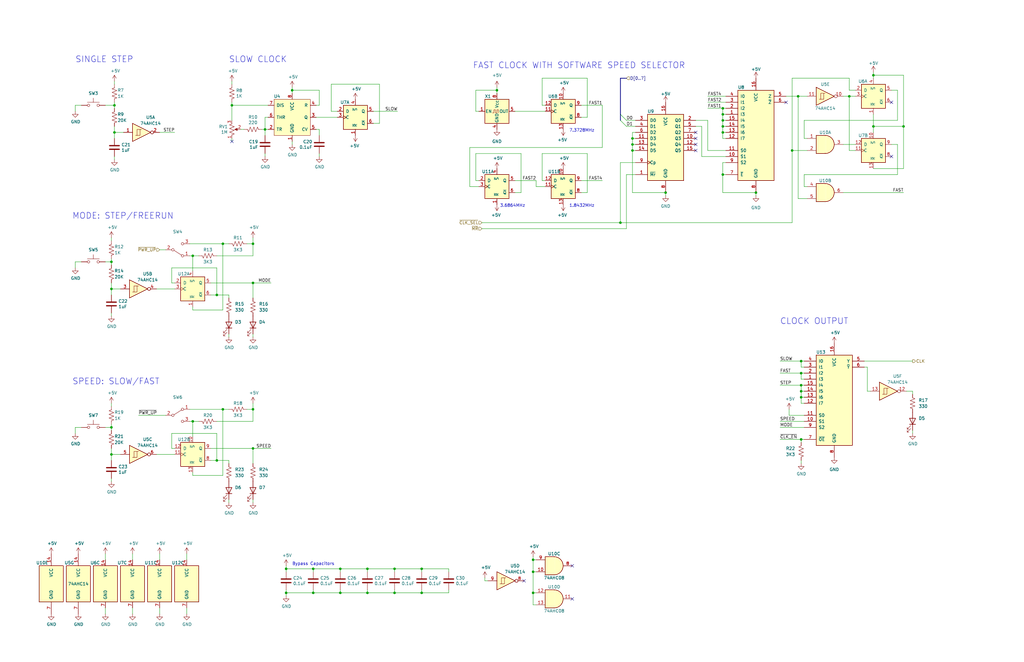
<source format=kicad_sch>
(kicad_sch (version 20211123) (generator eeschema)
  (paper "USLedger")
  (title_block (title "Selectable triple clock circuit") (date "2022-10-07") (rev "1.2") (company "Frederic Segard - aka: The Micro Hobbyist"))
  (lib_symbols
    (symbol "0_Z80_Library:LMC555" (pin_names (offset 1.016))
      (property "Reference" "U" (at -5.08 0 0))
      (property "Value" "LMC555" (at 1.27 0 0))
      (symbol "LMC555_1_1"
        (pin power_in line (at 0 -19.05 90) (length 2.54) (name "GND") (number "1"))
        (pin input line (at -10.16 -13.97 0) (length 2.54) (name "TR") (number "2"))
        (pin output line (at 10.16 -8.89 180) (length 2.54) (name "Q") (number "3"))
        (pin input line (at 10.16 -3.81 180) (length 2.54) (name "R") (number "4"))
        (pin input line (at 10.16 -13.97 180) (length 2.54) (name "CV") (number "5"))
        (pin input line (at -10.16 -8.89 0) (length 2.54) (name "THR") (number "6"))
        (pin input line (at -10.16 -3.81 0) (length 2.54) (name "DIS") (number "7"))
        (pin power_in line (at 0 1.27 270) (length 2.54) (name "VCC") (number "8"))
      )
    )
    (symbol "74xx:74HC14" (pin_names (offset 1.016))
      (property "Reference" "U" (at 0 1.27 0))
      (property "Value" "74HC14" (at 0 -1.27 0))
      (symbol "74HC14_1_0"
        (pin input line (at -7.62 0 0) (length 3.81) (name "~") (number "1"))
        (pin output inverted (at 7.62 0 180) (length 3.81) (name "~") (number "2"))
      )
      (symbol "74HC14_2_0"
        (pin input line (at -7.62 0 0) (length 3.81) (name "~") (number "3"))
        (pin output inverted (at 7.62 0 180) (length 3.81) (name "~") (number "4"))
      )
      (symbol "74HC14_3_0"
        (pin input line (at -7.62 0 0) (length 3.81) (name "~") (number "5"))
        (pin output inverted (at 7.62 0 180) (length 3.81) (name "~") (number "6"))
      )
      (symbol "74HC14_4_0"
        (pin output inverted (at 7.62 0 180) (length 3.81) (name "~") (number "8"))
        (pin input line (at -7.62 0 0) (length 3.81) (name "~") (number "9"))
      )
      (symbol "74HC14_5_0"
        (pin output inverted (at 7.62 0 180) (length 3.81) (name "~") (number "10"))
        (pin input line (at -7.62 0 0) (length 3.81) (name "~") (number "11"))
      )
      (symbol "74HC14_6_0"
        (pin output inverted (at 7.62 0 180) (length 3.81) (name "~") (number "12"))
        (pin input line (at -7.62 0 0) (length 3.81) (name "~") (number "13"))
      )
      (symbol "74HC14_7_0"
        (pin power_in line (at 0 12.7 270) (length 5.08) (name "VCC") (number "14"))
        (pin power_in line (at 0 -12.7 90) (length 5.08) (name "GND") (number "7"))
      )
    )
    (symbol "74xx:74HC74" (pin_names (offset 1.016))
      (property "Reference" "U" (at -7.62 8.89 0))
      (property "Value" "74HC74" (at -7.62 -8.89 0))
      (symbol "74HC74_1_0"
        (pin input line (at 0 -7.62 90) (length 2.54) (name "~{R}") (number "1"))
        (pin input line (at -7.62 2.54 0) (length 2.54) (name "D") (number "2"))
        (pin input clock (at -7.62 0 0) (length 2.54) (name "C") (number "3"))
        (pin input line (at 0 7.62 270) (length 2.54) (name "~{S}") (number "4"))
        (pin output line (at 7.62 2.54 180) (length 2.54) (name "Q") (number "5"))
        (pin output line (at 7.62 -2.54 180) (length 2.54) (name "~{Q}") (number "6"))
      )
      (symbol "74HC74_2_0"
        (pin input line (at 0 7.62 270) (length 2.54) (name "~{S}") (number "10"))
        (pin input clock (at -7.62 0 0) (length 2.54) (name "C") (number "11"))
        (pin input line (at -7.62 2.54 0) (length 2.54) (name "D") (number "12"))
        (pin input line (at 0 -7.62 90) (length 2.54) (name "~{R}") (number "13"))
        (pin output line (at 7.62 -2.54 180) (length 2.54) (name "~{Q}") (number "8"))
        (pin output line (at 7.62 2.54 180) (length 2.54) (name "Q") (number "9"))
      )
      (symbol "74HC74_3_0"
        (pin power_in line (at 0 10.16 270) (length 2.54) (name "VCC") (number "14"))
        (pin power_in line (at 0 -10.16 90) (length 2.54) (name "GND") (number "7"))
      )
    )
    (symbol "74xx:74LS08" (pin_names (offset 1.016))
      (property "Reference" "U" (at 0 1.27 0))
      (property "Value" "74LS08" (at 0 -1.27 0))
      (symbol "74LS08_1_1"
        (pin input line (at -7.62 2.54 0) (length 3.81) (name "~") (number "1"))
        (pin input line (at -7.62 -2.54 0) (length 3.81) (name "~") (number "2"))
        (pin output line (at 7.62 0 180) (length 3.81) (name "~") (number "3"))
      )
      (symbol "74LS08_1_2"
        (pin input inverted (at -7.62 2.54 0) (length 4.318) (name "~") (number "1"))
        (pin input inverted (at -7.62 -2.54 0) (length 4.318) (name "~") (number "2"))
        (pin output inverted (at 7.62 0 180) (length 3.81) (name "~") (number "3"))
      )
      (symbol "74LS08_2_1"
        (pin input line (at -7.62 2.54 0) (length 3.81) (name "~") (number "4"))
        (pin input line (at -7.62 -2.54 0) (length 3.81) (name "~") (number "5"))
        (pin output line (at 7.62 0 180) (length 3.81) (name "~") (number "6"))
      )
      (symbol "74LS08_2_2"
        (pin input inverted (at -7.62 2.54 0) (length 4.318) (name "~") (number "4"))
        (pin input inverted (at -7.62 -2.54 0) (length 4.318) (name "~") (number "5"))
        (pin output inverted (at 7.62 0 180) (length 3.81) (name "~") (number "6"))
      )
      (symbol "74LS08_3_1"
        (pin input line (at -7.62 -2.54 0) (length 3.81) (name "~") (number "10"))
        (pin output line (at 7.62 0 180) (length 3.81) (name "~") (number "8"))
        (pin input line (at -7.62 2.54 0) (length 3.81) (name "~") (number "9"))
      )
      (symbol "74LS08_3_2"
        (pin input inverted (at -7.62 -2.54 0) (length 4.318) (name "~") (number "10"))
        (pin output inverted (at 7.62 0 180) (length 3.81) (name "~") (number "8"))
        (pin input inverted (at -7.62 2.54 0) (length 4.318) (name "~") (number "9"))
      )
      (symbol "74LS08_4_1"
        (pin output line (at 7.62 0 180) (length 3.81) (name "~") (number "11"))
        (pin input line (at -7.62 2.54 0) (length 3.81) (name "~") (number "12"))
        (pin input line (at -7.62 -2.54 0) (length 3.81) (name "~") (number "13"))
      )
      (symbol "74LS08_4_2"
        (pin output inverted (at 7.62 0 180) (length 3.81) (name "~") (number "11"))
        (pin input inverted (at -7.62 2.54 0) (length 4.318) (name "~") (number "12"))
        (pin input inverted (at -7.62 -2.54 0) (length 4.318) (name "~") (number "13"))
      )
      (symbol "74LS08_5_0"
        (pin power_in line (at 0 12.7 270) (length 5.08) (name "VCC") (number "14"))
        (pin power_in line (at 0 -12.7 90) (length 5.08) (name "GND") (number "7"))
      )
    )
    (symbol "74xx:74LS151" (pin_names (offset 1.016))
      (property "Reference" "U" (at -7.62 19.05 0))
      (property "Value" "74LS151" (at -7.62 -21.59 0))
      (symbol "74LS151_1_0"
        (pin input line (at -12.7 7.62 0) (length 5.08) (name "I3") (number "1"))
        (pin input line (at -12.7 -10.16 0) (length 5.08) (name "S1") (number "10"))
        (pin input line (at -12.7 -7.62 0) (length 5.08) (name "S0") (number "11"))
        (pin input line (at -12.7 -2.54 0) (length 5.08) (name "I7") (number "12"))
        (pin input line (at -12.7 0 0) (length 5.08) (name "I6") (number "13"))
        (pin input line (at -12.7 2.54 0) (length 5.08) (name "I5") (number "14"))
        (pin input line (at -12.7 5.08 0) (length 5.08) (name "I4") (number "15"))
        (pin power_in line (at 0 22.86 270) (length 5.08) (name "VCC") (number "16"))
        (pin input line (at -12.7 10.16 0) (length 5.08) (name "I2") (number "2"))
        (pin input line (at -12.7 12.7 0) (length 5.08) (name "I1") (number "3"))
        (pin input line (at -12.7 15.24 0) (length 5.08) (name "I0") (number "4"))
        (pin output line (at 12.7 15.24 180) (length 5.08) (name "Z") (number "5"))
        (pin output line (at 12.7 12.7 180) (length 5.08) (name "~{Z}") (number "6"))
        (pin input line (at -12.7 -17.78 0) (length 5.08) (name "~{E}") (number "7"))
        (pin power_in line (at 0 -25.4 90) (length 5.08) (name "GND") (number "8"))
        (pin input line (at -12.7 -12.7 0) (length 5.08) (name "S2") (number "9"))
      )
    )
    (symbol "74xx:74LS174" (pin_names (offset 1.016))
      (property "Reference" "U" (at -7.62 13.97 0))
      (property "Value" "74LS174" (at -7.62 -16.51 0))
      (symbol "74LS174_1_0"
        (pin input line (at -12.7 -12.7 0) (length 5.08) (name "~{Mr}") (number "1"))
        (pin output line (at 12.7 2.54 180) (length 5.08) (name "Q3") (number "10"))
        (pin input line (at -12.7 2.54 0) (length 5.08) (name "D3") (number "11"))
        (pin output line (at 12.7 0 180) (length 5.08) (name "Q4") (number "12"))
        (pin input line (at -12.7 0 0) (length 5.08) (name "D4") (number "13"))
        (pin input line (at -12.7 -2.54 0) (length 5.08) (name "D5") (number "14"))
        (pin output line (at 12.7 -2.54 180) (length 5.08) (name "Q5") (number "15"))
        (pin power_in line (at 0 17.78 270) (length 5.08) (name "VCC") (number "16"))
        (pin output line (at 12.7 10.16 180) (length 5.08) (name "Q0") (number "2"))
        (pin input line (at -12.7 10.16 0) (length 5.08) (name "D0") (number "3"))
        (pin input line (at -12.7 7.62 0) (length 5.08) (name "D1") (number "4"))
        (pin output line (at 12.7 7.62 180) (length 5.08) (name "Q1") (number "5"))
        (pin input line (at -12.7 5.08 0) (length 5.08) (name "D2") (number "6"))
        (pin output line (at 12.7 5.08 180) (length 5.08) (name "Q2") (number "7"))
        (pin power_in line (at 0 -20.32 90) (length 5.08) (name "GND") (number "8"))
        (pin input clock (at -12.7 -7.62 0) (length 5.08) (name "Cp") (number "9"))
      )
    )
    (symbol "74xx:74LS251" (pin_names (offset 1.016))
      (property "Reference" "U" (at -7.62 19.05 0))
      (property "Value" "74LS251" (at -7.62 -21.59 0))
      (symbol "74LS251_1_0"
        (pin input line (at -12.7 7.62 0) (length 5.08) (name "I3") (number "1"))
        (pin input line (at -12.7 -10.16 0) (length 5.08) (name "S1") (number "10"))
        (pin input line (at -12.7 -7.62 0) (length 5.08) (name "S0") (number "11"))
        (pin input line (at -12.7 -2.54 0) (length 5.08) (name "I7") (number "12"))
        (pin input line (at -12.7 0 0) (length 5.08) (name "I6") (number "13"))
        (pin input line (at -12.7 2.54 0) (length 5.08) (name "I5") (number "14"))
        (pin input line (at -12.7 5.08 0) (length 5.08) (name "I4") (number "15"))
        (pin power_in line (at 0 22.86 270) (length 5.08) (name "VCC") (number "16"))
        (pin input line (at -12.7 10.16 0) (length 5.08) (name "I2") (number "2"))
        (pin input line (at -12.7 12.7 0) (length 5.08) (name "I1") (number "3"))
        (pin input line (at -12.7 15.24 0) (length 5.08) (name "I0") (number "4"))
        (pin tri_state line (at 12.7 15.24 180) (length 5.08) (name "Y") (number "5"))
        (pin tri_state line (at 12.7 12.7 180) (length 5.08) (name "~{Y}") (number "6"))
        (pin input line (at -12.7 -17.78 0) (length 5.08) (name "~{OE}") (number "7"))
        (pin power_in line (at 0 -25.4 90) (length 5.08) (name "GND") (number "8"))
        (pin input line (at -12.7 -12.7 0) (length 5.08) (name "S2") (number "9"))
      )
    )
    (symbol "Device:C" (pin_numbers hide) (pin_names (offset 0.254))
      (property "Reference" "C" (at 0.635 2.54 0))
      (property "Value" "C" (at 0.635 -2.54 0))
      (symbol "C_1_1"
        (pin passive line (at 0 3.81 270) (length 2.794) (name "~") (number "1"))
        (pin passive line (at 0 -3.81 90) (length 2.794) (name "~") (number "2"))
      )
    )
    (symbol "Device:LED" (pin_numbers hide) (pin_names (offset 1.016) hide)
      (property "Reference" "D" (at 0 2.54 0))
      (property "Value" "LED" (at 0 -2.54 0))
      (symbol "LED_1_1"
        (pin passive line (at -3.81 0 0) (length 2.54) (name "K") (number "1"))
        (pin passive line (at 3.81 0 180) (length 2.54) (name "A") (number "2"))
      )
    )
    (symbol "Device:R_Potentiometer_US" (pin_names (offset 1.016) hide)
      (property "Reference" "RV" (at -4.445 0 90))
      (property "Value" "R_Potentiometer_US" (at -2.54 0 90))
      (symbol "R_Potentiometer_US_1_1"
        (pin passive line (at 0 3.81 270) (length 1.27) (name "1") (number "1"))
        (pin passive line (at 3.81 0 180) (length 1.27) (name "2") (number "2"))
        (pin passive line (at 0 -3.81 90) (length 1.27) (name "3") (number "3"))
      )
    )
    (symbol "Device:R_US" (pin_numbers hide) (pin_names (offset 0))
      (property "Reference" "R" (at 2.54 0 90))
      (property "Value" "R_US" (at -2.54 0 90))
      (symbol "R_US_1_1"
        (pin passive line (at 0 3.81 270) (length 1.27) (name "~") (number "1"))
        (pin passive line (at 0 -3.81 90) (length 1.27) (name "~") (number "2"))
      )
    )
    (symbol "Oscillator:CXO_DIP8" (pin_names (offset 0.254))
      (property "Reference" "X" (at -5.08 6.35 0))
      (property "Value" "CXO_DIP8" (at 1.27 -6.35 0))
      (symbol "CXO_DIP8_1_1"
        (pin input line (at -7.62 0 0) (length 2.54) (name "EN") (number "1"))
        (pin power_in line (at 0 -7.62 90) (length 2.54) (name "GND") (number "4"))
        (pin output line (at 7.62 0 180) (length 2.54) (name "OUT") (number "5"))
        (pin power_in line (at 0 7.62 270) (length 2.54) (name "Vcc") (number "8"))
      )
    )
    (symbol "Switch:SW_Push" (pin_numbers hide) (pin_names (offset 1.016) hide)
      (property "Reference" "SW" (at 1.27 2.54 0))
      (property "Value" "SW_Push" (at 0 -1.524 0))
      (symbol "SW_Push_0_1"
        (pin passive line (at -5.08 0 0) (length 2.54) (name "1") (number "1"))
        (pin passive line (at 5.08 0 180) (length 2.54) (name "2") (number "2"))
      )
    )
    (symbol "Switch:SW_SPDT" (pin_names (offset 0) hide)
      (property "Reference" "SW" (at 0 4.318 0))
      (property "Value" "SW_SPDT" (at 0 -5.08 0))
      (symbol "SW_SPDT_1_1"
        (pin passive line (at 5.08 2.54 180) (length 2.54) (name "A") (number "1"))
        (pin passive line (at -5.08 0 0) (length 2.54) (name "B") (number "2"))
        (pin passive line (at 5.08 -2.54 180) (length 2.54) (name "C") (number "3"))
      )
    )
    (symbol "power:+5V" (power) (pin_names (offset 0))
      (property "Value" "+5V" (at 0 3.556 0))
      (symbol "+5V_1_1"
        (pin power_in line (at 0 0 90) (length 0) hide (name "+5V") (number "1"))
      )
    )
    (symbol "power:GND" (power) (pin_names (offset 0))
      (property "Value" "GND" (at 0 -3.81 0))
      (symbol "GND_1_1"
        (pin power_in line (at 0 0 270) (length 0) hide (name "GND") (number "1"))
      )
    )
  )
  (junction (at 120.65 250.19))
  (junction (at 177.8 250.19))
  (junction (at 46.99 121.92))
  (junction (at 143.51 250.19))
  (junction (at 337.82 152.4))
  (junction (at 97.79 44.45))
  (junction (at 337.82 157.48))
  (junction (at 166.37 250.19))
  (junction (at 120.65 240.03))
  (junction (at 334.01 63.5))
  (junction (at 304.8 73.66))
  (junction (at 132.08 250.19))
  (junction (at 106.68 102.87))
  (junction (at 280.67 81.28))
  (junction (at 91.44 124.46))
  (junction (at 123.19 38.1))
  (junction (at 209.55 38.1))
  (junction (at 337.82 165.1))
  (junction (at 224.79 241.3))
  (junction (at 143.51 240.03))
  (junction (at 48.26 44.45))
  (junction (at 266.7 60.96))
  (junction (at 337.82 162.56))
  (junction (at 337.82 185.42))
  (junction (at 336.55 40.64))
  (junction (at 266.7 63.5))
  (junction (at 358.14 40.64))
  (junction (at 381 53.34))
  (junction (at 106.68 189.23))
  (junction (at 337.82 167.64))
  (junction (at 266.7 58.42))
  (junction (at 318.77 81.28))
  (junction (at 304.8 50.8))
  (junction (at 106.68 172.72))
  (junction (at 368.3 53.34))
  (junction (at 46.99 180.34))
  (junction (at 154.94 250.19))
  (junction (at 111.76 54.61))
  (junction (at 106.68 119.38))
  (junction (at 304.8 45.72))
  (junction (at 91.44 194.31))
  (junction (at 224.79 250.19))
  (junction (at 177.8 240.03))
  (junction (at 81.28 107.95))
  (junction (at 46.99 191.77))
  (junction (at 304.8 53.34))
  (junction (at 132.08 240.03))
  (junction (at 224.79 236.22))
  (junction (at 48.26 55.88))
  (junction (at 93.98 102.87))
  (junction (at 93.98 172.72))
  (junction (at 81.28 177.8))
  (junction (at 368.3 31.75))
  (junction (at 154.94 240.03))
  (junction (at 304.8 55.88))
  (junction (at 46.99 110.49))
  (junction (at 304.8 48.26))
  (junction (at 166.37 240.03))
  (junction (at 261.62 93.98))
  (no_connect (at 293.37 55.88))
  (no_connect (at 241.3 252.73))
  (no_connect (at 241.3 238.76))
  (no_connect (at 375.92 66.04))
  (no_connect (at 375.92 43.18))
  (no_connect (at 97.79 59.69))
  (no_connect (at 331.47 43.18))
  (no_connect (at 293.37 58.42))
  (no_connect (at 293.37 63.5))
  (no_connect (at 293.37 60.96))
  (no_connect (at 220.98 245.11))
  (bus_entry (at 261.62 48.26) (size 2.54 2.54))
  (bus_entry (at 261.62 50.8) (size 2.54 2.54))
  (wire (pts (xy 46.99 179.07) (xy 46.99 180.34)))
  (wire (pts (xy 97.79 43.18) (xy 97.79 44.45)))
  (wire (pts (xy 217.17 81.28) (xy 219.71 81.28)))
  (wire (pts (xy 368.3 30.48) (xy 368.3 31.75)))
  (wire (pts (xy 67.31 256.54) (xy 67.31 259.08)))
  (wire (pts (xy 46.99 109.22) (xy 46.99 110.49)))
  (wire (pts (xy 166.37 248.92) (xy 166.37 250.19)))
  (wire (pts (xy 304.8 73.66) (xy 304.8 68.58)))
  (wire (pts (xy 72.39 119.38) (xy 73.66 119.38)))
  (wire (pts (xy 217.17 46.99) (xy 229.87 46.99)))
  (wire (pts (xy 46.99 194.31) (xy 46.99 191.77)))
  (wire (pts (xy 365.76 165.1) (xy 365.76 154.94)))
  (wire (pts (xy 78.74 256.54) (xy 78.74 259.08)))
  (wire (pts (xy 189.23 241.3) (xy 189.23 240.03)))
  (wire (pts (xy 97.79 34.29) (xy 97.79 35.56)))
  (wire (pts (xy 224.79 234.95) (xy 224.79 236.22)))
  (wire (pts (xy 298.45 50.8) (xy 298.45 63.5)))
  (wire (pts (xy 209.55 38.1) (xy 200.66 38.1)))
  (wire (pts (xy 226.06 255.27) (xy 224.79 255.27)))
  (wire (pts (xy 245.11 76.2) (xy 254 76.2)))
  (wire (pts (xy 93.98 200.66) (xy 81.28 200.66)))
  (wire (pts (xy 106.68 107.95) (xy 106.68 102.87)))
  (wire (pts (xy 66.04 121.92) (xy 73.66 121.92)))
  (wire (pts (xy 55.88 236.22) (xy 55.88 233.68)))
  (wire (pts (xy 200.66 38.1) (xy 200.66 46.99)))
  (wire (pts (xy 266.7 63.5) (xy 267.97 63.5)))
  (wire (pts (xy 337.82 167.64) (xy 339.09 167.64)))
  (wire (pts (xy 123.19 38.1) (xy 123.19 36.83)))
  (wire (pts (xy 203.2 96.52) (xy 264.16 96.52)))
  (wire (pts (xy 157.48 46.99) (xy 167.64 46.99)))
  (wire (pts (xy 198.12 78.74) (xy 198.12 62.23)))
  (wire (pts (xy 134.62 44.45) (xy 133.35 44.45)))
  (wire (pts (xy 143.51 248.92) (xy 143.51 250.19)))
  (wire (pts (xy 160.02 52.07) (xy 160.02 35.56)))
  (wire (pts (xy 358.14 40.64) (xy 360.68 40.64)))
  (wire (pts (xy 72.39 189.23) (xy 73.66 189.23)))
  (wire (pts (xy 247.65 49.53) (xy 247.65 33.02)))
  (wire (pts (xy 334.01 93.98) (xy 261.62 93.98)))
  (wire (pts (xy 365.76 154.94) (xy 364.49 154.94)))
  (wire (pts (xy 73.66 55.88) (xy 67.31 55.88)))
  (wire (pts (xy 106.68 119.38) (xy 106.68 125.73)))
  (wire (pts (xy 96.52 140.97) (xy 96.52 142.24)))
  (wire (pts (xy 337.82 185.42) (xy 339.09 185.42)))
  (wire (pts (xy 48.26 44.45) (xy 48.26 45.72)))
  (wire (pts (xy 298.45 43.18) (xy 306.07 43.18)))
  (wire (pts (xy 381 71.12) (xy 381 53.34)))
  (wire (pts (xy 66.04 191.77) (xy 73.66 191.77)))
  (wire (pts (xy 205.74 245.11) (xy 204.47 245.11)))
  (wire (pts (xy 266.7 60.96) (xy 266.7 63.5)))
  (wire (pts (xy 304.8 45.72) (xy 306.07 45.72)))
  (wire (pts (xy 358.14 40.64) (xy 358.14 63.5)))
  (wire (pts (xy 328.93 185.42) (xy 337.82 185.42)))
  (wire (pts (xy 254 44.45) (xy 254 62.23)))
  (wire (pts (xy 328.93 180.34) (xy 339.09 180.34)))
  (wire (pts (xy 44.45 180.34) (xy 46.99 180.34)))
  (wire (pts (xy 106.68 119.38) (xy 114.3 119.38)))
  (wire (pts (xy 247.65 81.28) (xy 247.65 64.77)))
  (wire (pts (xy 106.68 170.18) (xy 106.68 172.72)))
  (wire (pts (xy 264.16 53.34) (xy 267.97 53.34)))
  (wire (pts (xy 358.14 38.1) (xy 358.14 33.02)))
  (wire (pts (xy 81.28 177.8) (xy 83.82 177.8)))
  (wire (pts (xy 295.91 66.04) (xy 306.07 66.04)))
  (wire (pts (xy 132.08 248.92) (xy 132.08 250.19)))
  (wire (pts (xy 228.6 76.2) (xy 229.87 76.2)))
  (wire (pts (xy 200.66 64.77) (xy 200.66 76.2)))
  (wire (pts (xy 120.65 250.19) (xy 120.65 251.46)))
  (wire (pts (xy 334.01 63.5) (xy 340.36 63.5)))
  (wire (pts (xy 337.82 165.1) (xy 337.82 162.56)))
  (wire (pts (xy 355.6 60.96) (xy 360.68 60.96)))
  (wire (pts (xy 80.01 102.87) (xy 93.98 102.87)))
  (wire (pts (xy 134.62 66.04) (xy 134.62 64.77)))
  (wire (pts (xy 304.8 73.66) (xy 306.07 73.66)))
  (wire (pts (xy 226.06 78.74) (xy 229.87 78.74)))
  (wire (pts (xy 226.06 76.2) (xy 226.06 78.74)))
  (wire (pts (xy 46.99 124.46) (xy 46.99 121.92)))
  (wire (pts (xy 91.44 107.95) (xy 106.68 107.95)))
  (wire (pts (xy 209.55 38.1) (xy 209.55 39.37)))
  (wire (pts (xy 304.8 48.26) (xy 304.8 50.8)))
  (wire (pts (xy 339.09 160.02) (xy 337.82 160.02)))
  (wire (pts (xy 93.98 102.87) (xy 96.52 102.87)))
  (wire (pts (xy 67.31 105.41) (xy 69.85 105.41)))
  (wire (pts (xy 368.3 53.34) (xy 368.3 55.88)))
  (wire (pts (xy 293.37 50.8) (xy 298.45 50.8)))
  (wire (pts (xy 337.82 152.4) (xy 339.09 152.4)))
  (wire (pts (xy 111.76 54.61) (xy 111.76 49.53)))
  (wire (pts (xy 332.74 172.72) (xy 332.74 175.26)))
  (wire (pts (xy 34.29 44.45) (xy 31.75 44.45)))
  (wire (pts (xy 81.28 177.8) (xy 80.01 177.8)))
  (wire (pts (xy 120.65 250.19) (xy 132.08 250.19)))
  (wire (pts (xy 337.82 194.31) (xy 337.82 195.58)))
  (wire (pts (xy 224.79 241.3) (xy 224.79 236.22)))
  (wire (pts (xy 139.7 46.99) (xy 142.24 46.99)))
  (wire (pts (xy 339.09 73.66) (xy 339.09 78.74)))
  (wire (pts (xy 384.81 165.1) (xy 384.81 166.37)))
  (wire (pts (xy 337.82 167.64) (xy 337.82 165.1)))
  (wire (pts (xy 46.99 119.38) (xy 46.99 121.92)))
  (wire (pts (xy 381 53.34) (xy 368.3 53.34)))
  (wire (pts (xy 88.9 119.38) (xy 106.68 119.38)))
  (wire (pts (xy 46.99 132.08) (xy 46.99 133.35)))
  (wire (pts (xy 48.26 66.04) (xy 48.26 67.31)))
  (wire (pts (xy 266.7 58.42) (xy 266.7 60.96)))
  (wire (pts (xy 189.23 248.92) (xy 189.23 250.19)))
  (wire (pts (xy 261.62 68.58) (xy 261.62 93.98)))
  (wire (pts (xy 224.79 250.19) (xy 224.79 241.3)))
  (wire (pts (xy 334.01 33.02) (xy 358.14 33.02)))
  (wire (pts (xy 143.51 240.03) (xy 132.08 240.03)))
  (wire (pts (xy 266.7 63.5) (xy 266.7 81.28)))
  (wire (pts (xy 123.19 38.1) (xy 134.62 38.1)))
  (wire (pts (xy 93.98 172.72) (xy 96.52 172.72)))
  (wire (pts (xy 378.46 60.96) (xy 378.46 73.66)))
  (wire (pts (xy 154.94 241.3) (xy 154.94 240.03)))
  (wire (pts (xy 134.62 54.61) (xy 134.62 57.15)))
  (bus (pts (xy 261.62 48.26) (xy 261.62 33.02)))
  (wire (pts (xy 46.99 110.49) (xy 46.99 111.76)))
  (wire (pts (xy 364.49 152.4) (xy 384.81 152.4)))
  (wire (pts (xy 93.98 130.81) (xy 81.28 130.81)))
  (wire (pts (xy 133.35 54.61) (xy 134.62 54.61)))
  (wire (pts (xy 204.47 243.84) (xy 204.47 245.11)))
  (wire (pts (xy 46.99 180.34) (xy 46.99 181.61)))
  (wire (pts (xy 44.45 44.45) (xy 48.26 44.45)))
  (bus (pts (xy 264.16 33.02) (xy 261.62 33.02)))
  (wire (pts (xy 97.79 44.45) (xy 97.79 50.8)))
  (wire (pts (xy 91.44 182.88) (xy 72.39 182.88)))
  (wire (pts (xy 198.12 78.74) (xy 201.93 78.74)))
  (wire (pts (xy 106.68 189.23) (xy 114.3 189.23)))
  (wire (pts (xy 106.68 100.33) (xy 106.68 102.87)))
  (wire (pts (xy 157.48 52.07) (xy 160.02 52.07)))
  (wire (pts (xy 106.68 177.8) (xy 106.68 172.72)))
  (wire (pts (xy 96.52 194.31) (xy 91.44 194.31)))
  (wire (pts (xy 81.28 200.66) (xy 81.28 199.39)))
  (wire (pts (xy 378.46 50.8) (xy 339.09 50.8)))
  (wire (pts (xy 331.47 40.64) (xy 336.55 40.64)))
  (wire (pts (xy 245.11 44.45) (xy 254 44.45)))
  (wire (pts (xy 67.31 236.22) (xy 67.31 233.68)))
  (wire (pts (xy 328.93 177.8) (xy 339.09 177.8)))
  (wire (pts (xy 219.71 64.77) (xy 200.66 64.77)))
  (wire (pts (xy 166.37 240.03) (xy 154.94 240.03)))
  (wire (pts (xy 123.19 39.37) (xy 123.19 38.1)))
  (wire (pts (xy 177.8 250.19) (xy 189.23 250.19)))
  (wire (pts (xy 266.7 81.28) (xy 280.67 81.28)))
  (wire (pts (xy 304.8 58.42) (xy 304.8 55.88)))
  (wire (pts (xy 381 53.34) (xy 381 31.75)))
  (wire (pts (xy 91.44 113.03) (xy 72.39 113.03)))
  (wire (pts (xy 80.01 172.72) (xy 93.98 172.72)))
  (wire (pts (xy 304.8 55.88) (xy 306.07 55.88)))
  (wire (pts (xy 48.26 43.18) (xy 48.26 44.45)))
  (wire (pts (xy 298.45 45.72) (xy 304.8 45.72)))
  (wire (pts (xy 382.27 165.1) (xy 384.81 165.1)))
  (wire (pts (xy 264.16 96.52) (xy 264.16 73.66)))
  (wire (pts (xy 334.01 63.5) (xy 334.01 33.02)))
  (wire (pts (xy 81.28 130.81) (xy 81.28 129.54)))
  (wire (pts (xy 200.66 76.2) (xy 201.93 76.2)))
  (wire (pts (xy 334.01 63.5) (xy 334.01 93.98)))
  (wire (pts (xy 106.68 212.09) (xy 106.68 210.82)))
  (wire (pts (xy 339.09 50.8) (xy 339.09 58.42)))
  (wire (pts (xy 247.65 33.02) (xy 228.6 33.02)))
  (wire (pts (xy 96.52 125.73) (xy 96.52 124.46)))
  (wire (pts (xy 91.44 177.8) (xy 106.68 177.8)))
  (wire (pts (xy 381 31.75) (xy 368.3 31.75)))
  (wire (pts (xy 298.45 63.5) (xy 306.07 63.5)))
  (wire (pts (xy 304.8 50.8) (xy 306.07 50.8)))
  (wire (pts (xy 97.79 44.45) (xy 113.03 44.45)))
  (wire (pts (xy 304.8 50.8) (xy 304.8 53.34)))
  (wire (pts (xy 101.6 54.61) (xy 102.87 54.61)))
  (wire (pts (xy 384.81 182.88) (xy 384.81 181.61)))
  (wire (pts (xy 264.16 73.66) (xy 267.97 73.66)))
  (wire (pts (xy 261.62 68.58) (xy 267.97 68.58)))
  (wire (pts (xy 358.14 63.5) (xy 360.68 63.5)))
  (wire (pts (xy 120.65 240.03) (xy 120.65 241.3)))
  (wire (pts (xy 44.45 256.54) (xy 44.45 259.08)))
  (wire (pts (xy 106.68 102.87) (xy 104.14 102.87)))
  (wire (pts (xy 367.03 165.1) (xy 365.76 165.1)))
  (wire (pts (xy 44.45 236.22) (xy 44.45 233.68)))
  (wire (pts (xy 224.79 241.3) (xy 226.06 241.3)))
  (wire (pts (xy 111.76 49.53) (xy 113.03 49.53)))
  (wire (pts (xy 177.8 248.92) (xy 177.8 250.19)))
  (wire (pts (xy 304.8 68.58) (xy 306.07 68.58)))
  (wire (pts (xy 267.97 55.88) (xy 266.7 55.88)))
  (wire (pts (xy 120.65 248.92) (xy 120.65 250.19)))
  (wire (pts (xy 132.08 240.03) (xy 120.65 240.03)))
  (wire (pts (xy 113.03 54.61) (xy 111.76 54.61)))
  (wire (pts (xy 228.6 33.02) (xy 228.6 44.45)))
  (wire (pts (xy 209.55 36.83) (xy 209.55 38.1)))
  (wire (pts (xy 224.79 236.22) (xy 226.06 236.22)))
  (wire (pts (xy 304.8 53.34) (xy 304.8 55.88)))
  (wire (pts (xy 154.94 248.92) (xy 154.94 250.19)))
  (wire (pts (xy 339.09 170.18) (xy 337.82 170.18)))
  (wire (pts (xy 339.09 58.42) (xy 340.36 58.42)))
  (wire (pts (xy 72.39 113.03) (xy 72.39 119.38)))
  (wire (pts (xy 46.99 121.92) (xy 50.8 121.92)))
  (wire (pts (xy 219.71 81.28) (xy 219.71 64.77)))
  (wire (pts (xy 133.35 49.53) (xy 142.24 49.53)))
  (wire (pts (xy 106.68 142.24) (xy 106.68 140.97)))
  (wire (pts (xy 46.99 100.33) (xy 46.99 101.6)))
  (wire (pts (xy 280.67 82.55) (xy 280.67 81.28)))
  (wire (pts (xy 91.44 113.03) (xy 91.44 124.46)))
  (wire (pts (xy 46.99 170.18) (xy 46.99 171.45)))
  (wire (pts (xy 46.99 189.23) (xy 46.99 191.77)))
  (wire (pts (xy 189.23 240.03) (xy 177.8 240.03)))
  (wire (pts (xy 93.98 102.87) (xy 93.98 130.81)))
  (wire (pts (xy 304.8 73.66) (xy 304.8 81.28)))
  (wire (pts (xy 304.8 45.72) (xy 304.8 48.26)))
  (wire (pts (xy 34.29 180.34) (xy 31.75 180.34)))
  (wire (pts (xy 339.09 175.26) (xy 332.74 175.26)))
  (wire (pts (xy 266.7 55.88) (xy 266.7 58.42)))
  (wire (pts (xy 368.3 71.12) (xy 381 71.12)))
  (wire (pts (xy 78.74 236.22) (xy 78.74 233.68)))
  (wire (pts (xy 337.82 185.42) (xy 337.82 186.69)))
  (wire (pts (xy 264.16 50.8) (xy 267.97 50.8)))
  (wire (pts (xy 160.02 35.56) (xy 139.7 35.56)))
  (wire (pts (xy 88.9 189.23) (xy 106.68 189.23)))
  (wire (pts (xy 339.09 154.94) (xy 337.82 154.94)))
  (wire (pts (xy 96.52 124.46) (xy 91.44 124.46)))
  (wire (pts (xy 245.11 81.28) (xy 247.65 81.28)))
  (wire (pts (xy 198.12 62.23) (xy 254 62.23)))
  (wire (pts (xy 96.52 210.82) (xy 96.52 212.09)))
  (wire (pts (xy 48.26 55.88) (xy 52.07 55.88)))
  (wire (pts (xy 81.28 107.95) (xy 80.01 107.95)))
  (wire (pts (xy 34.29 110.49) (xy 31.75 110.49)))
  (wire (pts (xy 378.46 38.1) (xy 378.46 50.8)))
  (wire (pts (xy 166.37 250.19) (xy 177.8 250.19)))
  (wire (pts (xy 81.28 184.15) (xy 81.28 177.8)))
  (wire (pts (xy 48.26 34.29) (xy 48.26 35.56)))
  (wire (pts (xy 31.75 44.45) (xy 31.75 46.99)))
  (wire (pts (xy 106.68 172.72) (xy 104.14 172.72)))
  (wire (pts (xy 318.77 82.55) (xy 318.77 81.28)))
  (wire (pts (xy 48.26 58.42) (xy 48.26 55.88)))
  (wire (pts (xy 337.82 165.1) (xy 339.09 165.1)))
  (wire (pts (xy 295.91 53.34) (xy 295.91 66.04)))
  (wire (pts (xy 46.99 201.93) (xy 46.99 203.2)))
  (wire (pts (xy 143.51 250.19) (xy 154.94 250.19)))
  (wire (pts (xy 132.08 250.19) (xy 143.51 250.19)))
  (wire (pts (xy 111.76 57.15) (xy 111.76 54.61)))
  (wire (pts (xy 120.65 238.76) (xy 120.65 240.03)))
  (wire (pts (xy 337.82 154.94) (xy 337.82 152.4)))
  (wire (pts (xy 368.3 48.26) (xy 368.3 53.34)))
  (wire (pts (xy 340.36 40.64) (xy 336.55 40.64)))
  (wire (pts (xy 355.6 81.28) (xy 381 81.28)))
  (wire (pts (xy 337.82 162.56) (xy 328.93 162.56)))
  (wire (pts (xy 337.82 157.48) (xy 328.93 157.48)))
  (wire (pts (xy 375.92 60.96) (xy 378.46 60.96)))
  (wire (pts (xy 337.82 160.02) (xy 337.82 157.48)))
  (wire (pts (xy 337.82 162.56) (xy 339.09 162.56)))
  (wire (pts (xy 298.45 40.64) (xy 306.07 40.64)))
  (wire (pts (xy 337.82 152.4) (xy 328.93 152.4)))
  (wire (pts (xy 96.52 195.58) (xy 96.52 194.31)))
  (wire (pts (xy 228.6 44.45) (xy 229.87 44.45)))
  (wire (pts (xy 46.99 191.77) (xy 50.8 191.77)))
  (wire (pts (xy 368.3 31.75) (xy 368.3 33.02)))
  (wire (pts (xy 58.42 175.26) (xy 69.85 175.26)))
  (wire (pts (xy 31.75 110.49) (xy 31.75 113.03)))
  (wire (pts (xy 339.09 78.74) (xy 340.36 78.74)))
  (wire (pts (xy 247.65 64.77) (xy 228.6 64.77)))
  (wire (pts (xy 154.94 240.03) (xy 143.51 240.03)))
  (wire (pts (xy 31.75 180.34) (xy 31.75 182.88)))
  (wire (pts (xy 336.55 83.82) (xy 340.36 83.82)))
  (wire (pts (xy 224.79 250.19) (xy 226.06 250.19)))
  (wire (pts (xy 267.97 58.42) (xy 266.7 58.42)))
  (wire (pts (xy 304.8 81.28) (xy 318.77 81.28)))
  (wire (pts (xy 143.51 241.3) (xy 143.51 240.03)))
  (wire (pts (xy 200.66 46.99) (xy 201.93 46.99)))
  (wire (pts (xy 91.44 124.46) (xy 88.9 124.46)))
  (wire (pts (xy 203.2 93.98) (xy 261.62 93.98)))
  (wire (pts (xy 55.88 256.54) (xy 55.88 259.08)))
  (wire (pts (xy 337.82 157.48) (xy 339.09 157.48)))
  (wire (pts (xy 306.07 58.42) (xy 304.8 58.42)))
  (wire (pts (xy 177.8 240.03) (xy 166.37 240.03)))
  (wire (pts (xy 378.46 73.66) (xy 339.09 73.66)))
  (wire (pts (xy 134.62 38.1) (xy 134.62 44.45)))
  (wire (pts (xy 375.92 38.1) (xy 378.46 38.1)))
  (wire (pts (xy 44.45 110.49) (xy 46.99 110.49)))
  (wire (pts (xy 93.98 172.72) (xy 93.98 200.66)))
  (wire (pts (xy 166.37 241.3) (xy 166.37 240.03)))
  (wire (pts (xy 293.37 53.34) (xy 295.91 53.34)))
  (bus (pts (xy 261.62 50.8) (xy 261.62 48.26)))
  (wire (pts (xy 228.6 64.77) (xy 228.6 76.2)))
  (wire (pts (xy 91.44 194.31) (xy 88.9 194.31)))
  (wire (pts (xy 266.7 60.96) (xy 267.97 60.96)))
  (wire (pts (xy 360.68 38.1) (xy 358.14 38.1)))
  (wire (pts (xy 224.79 255.27) (xy 224.79 250.19)))
  (wire (pts (xy 72.39 182.88) (xy 72.39 189.23)))
  (wire (pts (xy 111.76 66.04) (xy 111.76 64.77)))
  (wire (pts (xy 154.94 250.19) (xy 166.37 250.19)))
  (wire (pts (xy 139.7 35.56) (xy 139.7 46.99)))
  (wire (pts (xy 123.19 60.96) (xy 123.19 59.69)))
  (wire (pts (xy 106.68 189.23) (xy 106.68 195.58)))
  (wire (pts (xy 245.11 49.53) (xy 247.65 49.53)))
  (wire (pts (xy 217.17 76.2) (xy 226.06 76.2)))
  (wire (pts (xy 177.8 241.3) (xy 177.8 240.03)))
  (wire (pts (xy 355.6 40.64) (xy 358.14 40.64)))
  (wire (pts (xy 97.79 58.42) (xy 97.79 59.69)))
  (wire (pts (xy 81.28 114.3) (xy 81.28 107.95)))
  (wire (pts (xy 336.55 40.64) (xy 336.55 83.82)))
  (wire (pts (xy 111.76 54.61) (xy 110.49 54.61)))
  (wire (pts (xy 132.08 241.3) (xy 132.08 240.03)))
  (wire (pts (xy 81.28 107.95) (xy 83.82 107.95)))
  (wire (pts (xy 304.8 53.34) (xy 306.07 53.34)))
  (wire (pts (xy 48.26 53.34) (xy 48.26 55.88)))
  (wire (pts (xy 306.07 48.26) (xy 304.8 48.26)))
  (wire (pts (xy 91.44 182.88) (xy 91.44 194.31)))
  (wire (pts (xy 337.82 170.18) (xy 337.82 167.64)))
  (text "3.6864MHz" (at 210.82 87.63 0) (effects (font (size 1.27 1.27)) (justify left bottom)))
  (text "SLOW CLOCK" (at 96.52 26.67 0) (effects (font (size 2.54 2.54)) (justify left bottom)))
  (text "SPEED: SLOW/FAST" (at 30.48 162.56 0) (effects (font (size 2.54 2.54)) (justify left bottom)))
  (text "Bypass Capacitors" (at 123.19 238.76 0) (effects (font (size 1.27 1.27)) (justify left bottom)))
  (text "1.8432MHz" (at 240.03 87.63 0) (effects (font (size 1.27 1.27)) (justify left bottom)))
  (text "MODE: STEP/FREERUN" (at 30.48 92.71 0) (effects (font (size 2.54 2.54)) (justify left bottom)))
  (text "FAST CLOCK WITH SOFTWARE SPEED SELECTOR" (at 199.39 29.21 0) (effects (font (size 2.54 2.54)) (justify left bottom)))
  (text "CLOCK OUTPUT" (at 328.93 137.16 0) (effects (font (size 2.54 2.54)) (justify left bottom)))
  (text "7.3728MHz" (at 240.03 55.88 0) (effects (font (size 1.27 1.27)) (justify left bottom)))
  (text "SINGLE STEP" (at 31.75 26.67 0) (effects (font (size 2.54 2.54)) (justify left bottom)))
  (label "FAST" (at 381 81.28 180))
  (label "STEP" (at 73.66 55.88 180))
  (label "FAST4" (at 298.45 40.64 0))
  (label "MODE" (at 328.93 180.34 0))
  (label "FAST1" (at 254 44.45 180))
  (label "FAST2" (at 298.45 43.18 0))
  (label "SLOW" (at 328.93 152.4 0))
  (label "D0" (at 264.16 50.8 0))
  (label "MODE" (at 114.3 119.38 180))
  (label "FAST4" (at 254 76.2 180))
  (label "FAST" (at 328.93 157.48 0))
  (label "SPEED" (at 328.93 177.8 0))
  (label "~{CLK_EN}" (at 328.93 185.42 0))
  (label "STEP" (at 328.93 162.56 0))
  (label "~{PWR_UP}" (at 58.42 175.26 0))
  (label "SPEED" (at 114.3 189.23 180))
  (label "D1" (at 264.16 53.34 0))
  (label "FAST2" (at 226.06 76.2 180))
  (label "SLOW" (at 167.64 46.99 180))
  (label "FAST1" (at 298.45 45.72 0))
  (hierarchical_label "~{CLK_SEL}" (shape input) (at 203.2 93.98 180))
  (hierarchical_label "CLK" (shape output) (at 384.81 152.4 0))
  (hierarchical_label "~{PWR_UP}" (shape input) (at 67.31 105.41 180))
  (hierarchical_label "D[0..7]" (shape input) (at 264.16 33.02 0))
  (hierarchical_label "~{MR}" (shape input) (at 203.2 96.52 180))
  (symbol (lib_id "Device:R_US") (at 97.79 39.37 0) (mirror y) (unit 1)
    (property "Reference" "R8" (at 99.5172 38.2016 0) (effects (justify right)))
    (property "Value" "1K" (at 99.5172 40.513 0) (effects (justify right)))
  )
  (symbol (lib_id "power:+5V") (at 97.79 34.29 0) (unit 1)
    (property "Reference" "#PWR022" (effects hide))
  )
  (symbol (lib_id "power:+5V") (at 123.19 36.83 0) (unit 1)
    (property "Reference" "#PWR023" (effects hide))
  )
  (symbol (lib_id "power:GND") (at 123.19 60.96 0) (unit 1)
    (property "Reference" "#PWR032" (effects hide))
  )
  (symbol (lib_id "74xx:74HC74") (at 149.86 49.53 0) (unit 1)
    (property "Reference" "U7" (at 143.51 43.18 0) (effects (justify left)))
    (property "Datasheet" "74xx/74hc_hct74.pdf" (effects hide))
  )
  (symbol (lib_id "power:+5V") (at 149.86 41.91 0) (unit 1)
    (property "Reference" "#PWR026" (effects hide))
  )
  (symbol (lib_id "74xx:74HC74") (at 44.45 246.38 0) (unit 3)
    (property "Reference" "U6" (at 38.1 237.49 0) (effects (justify left)))
    (property "Datasheet" "74xx/74hc_hct74.pdf" (effects hide))
  )
  (symbol (lib_id "power:+5V") (at 44.45 233.68 0) (unit 1)
    (property "Reference" "#PWR061" (effects hide))
  )
  (symbol (lib_id "power:GND") (at 44.45 259.08 0) (unit 1)
    (property "Reference" "#PWR071" (effects hide))
  )
  (symbol (lib_id "Device:C") (at 134.62 60.96 0) (mirror y) (unit 1)
    (property "Reference" "C20" (at 131.699 59.7916 0) (effects (justify left)))
    (property "Value" "0.1uF" (at 131.699 62.103 0) (effects (justify left)))
  )
  (symbol (lib_id "Device:R_US") (at 106.68 54.61 90) (mirror x) (unit 1)
    (property "Reference" "R10" (at 106.68 49.403 90))
    (property "Value" "220" (at 106.68 51.7144 90))
  )
  (symbol (lib_id "0_Z80_Library:LMC555") (at 123.19 40.64 0) (unit 1)
    (property "Reference" "U4" (at 116.84 40.64 0))
  )
  (symbol (lib_id "power:GND") (at 111.76 66.04 0) (unit 1)
    (property "Reference" "#PWR033" (effects hide))
  )
  (symbol (lib_id "power:GND") (at 134.62 66.04 0) (unit 1)
    (property "Reference" "#PWR034" (effects hide))
  )
  (symbol (lib_id "Device:R_Potentiometer_US") (at 97.79 54.61 0) (mirror x) (unit 1)
    (property "Reference" "RV1" (at 96.0628 53.4416 0) (effects (justify right)))
    (property "Value" "1M" (at 96.0628 55.753 0) (effects (justify right)))
  )
  (symbol (lib_id "power:+5V") (at 149.86 57.15 180) (unit 1)
    (property "Reference" "#PWR031" (effects hide))
  )
  (symbol (lib_id "Device:C") (at 111.76 60.96 0) (mirror y) (unit 1)
    (property "Reference" "C19" (at 108.839 59.7916 0) (effects (justify left)))
    (property "Value" "1uF" (at 108.839 62.103 0) (effects (justify left)))
  )
  (symbol (lib_id "74xx:74HC74") (at 368.3 40.64 0) (unit 1)
    (property "Reference" "U6" (at 361.95 34.29 0) (effects (justify left)))
    (property "Datasheet" "74xx/74hc_hct74.pdf" (effects hide))
  )
  (symbol (lib_id "power:+5V") (at 46.99 170.18 0) (unit 1)
    (property "Reference" "#PWR049" (effects hide))
  )
  (symbol (lib_id "power:+5V") (at 237.49 39.37 0) (unit 1)
    (property "Reference" "#PWR025" (effects hide))
  )
  (symbol (lib_id "74xx:74LS08") (at 347.98 60.96 0) (unit 1)
    (property "Reference" "U10" (at 347.98 55.88 0))
    (property "Datasheet" "http://www.ti.com/lit/gpn/sn74LS08" (effects hide))
  )
  (symbol (lib_id "power:+5V") (at 280.67 43.18 0) (unit 1)
    (property "Reference" "#PWR027" (effects hide))
  )
  (symbol (lib_id "Device:R_US") (at 46.99 185.42 0) (mirror x) (unit 1)
    (property "Reference" "R21" (at 48.26 184.15 0) (effects (justify left)))
    (property "Value" "20K" (at 48.26 186.69 0) (effects (justify left)))
  )
  (symbol (lib_id "power:+5V") (at 318.77 33.02 0) (unit 1)
    (property "Reference" "#PWR020" (effects hide))
  )
  (symbol (lib_id "power:GND") (at 46.99 133.35 0) (unit 1)
    (property "Reference" "#PWR045" (effects hide))
  )
  (symbol (lib_id "power:+5V") (at 368.3 30.48 0) (unit 1)
    (property "Reference" "#PWR019" (effects hide))
  )
  (symbol (lib_id "power:+5V") (at 204.47 243.84 0) (unit 1)
    (property "Reference" "#PWR067" (effects hide))
    (property "Value" "+5V" (at 204.851 239.4458 0))
  )
  (symbol (lib_id "power:GND") (at 55.88 259.08 0) (unit 1)
    (property "Reference" "#PWR072" (effects hide))
  )
  (symbol (lib_id "Device:R_US") (at 96.52 129.54 0) (unit 1)
    (property "Reference" "R15" (at 99.06 128.27 0) (effects (justify left)))
    (property "Value" "330" (at 99.06 130.81 0) (effects (justify left)))
  )
  (symbol (lib_id "Device:R_US") (at 106.68 129.54 0) (unit 1)
    (property "Reference" "R16" (at 109.22 128.27 0) (effects (justify left)))
    (property "Value" "330" (at 109.22 130.81 0) (effects (justify left)))
  )
  (symbol (lib_id "power:GND") (at 384.81 182.88 0) (unit 1)
    (property "Reference" "#PWR053" (effects hide))
  )
  (symbol (lib_id "power:GND") (at 33.02 259.08 0) (unit 1)
    (property "Reference" "#PWR070" (effects hide))
  )
  (symbol (lib_id "power:+5V") (at 46.99 100.33 0) (unit 1)
    (property "Reference" "#PWR042" (effects hide))
  )
  (symbol (lib_id "Device:R_US") (at 46.99 105.41 0) (mirror y) (unit 1)
    (property "Reference" "R12" (at 48.26 104.14 0) (effects (justify right)))
    (property "Value" "1K" (at 48.26 106.68 0) (effects (justify right)))
  )
  (symbol (lib_id "power:+5V") (at 332.74 172.72 0) (unit 1)
    (property "Reference" "#PWR051" (effects hide))
  )
  (symbol (lib_id "power:GND") (at 120.65 251.46 0) (unit 1)
    (property "Reference" "#PWR068" (effects hide))
  )
  (symbol (lib_id "power:GND") (at 337.82 195.58 0) (unit 1)
    (property "Reference" "#PWR055" (effects hide))
  )
  (symbol (lib_id "power:GND") (at 31.75 46.99 0) (unit 1)
    (property "Reference" "#PWR028" (effects hide))
  )
  (symbol (lib_id "Device:C") (at 154.94 245.11 0) (unit 1)
    (property "Reference" "C27" (at 157.861 243.9416 0) (effects (justify left)))
    (property "Value" "0.1uF" (at 157.861 246.253 0) (effects (justify left)))
  )
  (symbol (lib_id "74xx:74HC74") (at 78.74 246.38 0) (unit 3)
    (property "Reference" "U12" (at 72.39 237.49 0) (effects (justify left)))
    (property "Datasheet" "74xx/74hc_hct74.pdf" (effects hide))
  )
  (symbol (lib_id "Oscillator:CXO_DIP8") (at 209.55 46.99 0) (unit 1)
    (property "Reference" "X1" (at 205.74 40.64 0))
    (property "Datasheet" "http://cdn-reichelt.de/documents/datenblatt/B400/OSZI.pdf" (effects hide))
  )
  (symbol (lib_id "Switch:SW_SPDT") (at 74.93 175.26 0) (unit 1)
    (property "Reference" "SW6" (at 74.93 167.64 0))
  )
  (symbol (lib_id "Device:LED") (at 384.81 177.8 270) (mirror x) (unit 1)
    (property "Reference" "D5" (at 387.35 176.53 90) (effects (justify left)))
  )
  (symbol (lib_id "Device:R_US") (at 100.33 172.72 90) (mirror x) (unit 1)
    (property "Reference" "R18" (at 100.33 170.18 90))
    (property "Value" "3K3" (at 100.33 175.26 90))
  )
  (symbol (lib_id "power:+5V") (at 209.55 71.12 0) (unit 1)
    (property "Reference" "#PWR036" (effects hide))
  )
  (symbol (lib_id "power:+5V") (at 237.49 54.61 180) (unit 1)
    (property "Reference" "#PWR030" (effects hide))
  )
  (symbol (lib_id "Switch:SW_Push") (at 39.37 110.49 0) (mirror y) (unit 1)
    (property "Reference" "SW5" (at 39.37 105.41 0))
  )
  (symbol (lib_id "74xx:74HC74") (at 67.31 246.38 0) (unit 3)
    (property "Reference" "U11" (at 60.96 237.49 0) (effects (justify left)))
    (property "Datasheet" "74xx/74hc_hct74.pdf" (effects hide))
  )
  (symbol (lib_id "power:GND") (at 67.31 259.08 0) (unit 1)
    (property "Reference" "#PWR073" (effects hide))
  )
  (symbol (lib_id "power:GND") (at 78.74 259.08 0) (unit 1)
    (property "Reference" "#PWR074" (effects hide))
  )
  (symbol (lib_id "power:GND") (at 280.67 82.55 0) (unit 1)
    (property "Reference" "#PWR038" (effects hide))
  )
  (symbol (lib_id "Device:R_US") (at 46.99 115.57 0) (mirror x) (unit 1)
    (property "Reference" "R14" (at 48.26 114.3 0) (effects (justify left)))
    (property "Value" "20K" (at 48.26 116.84 0) (effects (justify left)))
  )
  (symbol (lib_id "Device:C") (at 177.8 245.11 0) (unit 1)
    (property "Reference" "C29" (at 180.721 243.9416 0) (effects (justify left)))
    (property "Value" "0.1uF" (at 180.721 246.253 0) (effects (justify left)))
  )
  (symbol (lib_id "power:+5V") (at 55.88 233.68 0) (unit 1)
    (property "Reference" "#PWR062" (effects hide))
  )
  (symbol (lib_id "Device:R_US") (at 48.26 49.53 0) (mirror x) (unit 1)
    (property "Reference" "R9" (at 49.53 48.26 0) (effects (justify left)))
    (property "Value" "20K" (at 49.53 50.8 0) (effects (justify left)))
  )
  (symbol (lib_id "power:+5V") (at 33.02 233.68 0) (unit 1)
    (property "Reference" "#PWR060" (effects hide))
  )
  (symbol (lib_id "power:GND") (at 48.26 67.31 0) (unit 1)
    (property "Reference" "#PWR035" (effects hide))
  )
  (symbol (lib_id "74xx:74LS251") (at 351.79 167.64 0) (unit 1)
    (property "Reference" "U13" (at 344.17 148.59 0) (effects (justify left)))
    (property "Datasheet" "http://www.ti.com/lit/gpn/sn74LS251" (effects hide))
  )
  (symbol (lib_id "power:GND") (at 106.68 142.24 0) (unit 1)
    (property "Reference" "#PWR047" (effects hide))
  )
  (symbol (lib_id "Device:R_US") (at 384.81 170.18 0) (unit 1)
    (property "Reference" "R17" (at 387.35 168.91 0) (effects (justify left)))
    (property "Value" "330" (at 387.35 171.45 0) (effects (justify left)))
  )
  (symbol (lib_id "power:GND") (at 106.68 212.09 0) (unit 1)
    (property "Reference" "#PWR058" (effects hide))
  )
  (symbol (lib_id "Device:R_US") (at 100.33 102.87 90) (mirror x) (unit 1)
    (property "Reference" "R11" (at 100.33 100.33 90))
    (property "Value" "3K3" (at 100.33 105.41 90))
  )
  (symbol (lib_id "Device:C") (at 120.65 245.11 0) (unit 1)
    (property "Reference" "C24" (at 123.571 243.9416 0) (effects (justify left)))
    (property "Value" "0.1uF" (at 123.571 246.253 0) (effects (justify left)))
  )
  (symbol (lib_id "74xx:74LS08") (at 233.68 252.73 0) (unit 4)
    (property "Reference" "U10" (at 233.68 247.65 0))
    (property "Value" "74AHC08" (at 233.68 257.81 0))
    (property "Footprint" "Package_DIP:DIP-14_W7.62mm_Socket" (effects hide))
    (property "Datasheet" "http://www.ti.com/lit/gpn/sn74LS08" (effects hide))
  )
  (symbol (lib_id "74xx:74HC14") (at 213.36 245.11 0) (unit 4)
    (property "Reference" "U5" (at 217.17 238.76 0))
    (property "Value" "74AHC14" (at 217.17 241.3 0))
    (property "Footprint" "Package_DIP:DIP-14_W7.62mm_Socket" (effects hide))
    (property "Datasheet" "http://www.ti.com/lit/gpn/sn74HC14" (effects hide))
  )
  (symbol (lib_id "Device:C") (at 166.37 245.11 0) (unit 1)
    (property "Reference" "C28" (at 169.291 243.9416 0) (effects (justify left)))
    (property "Value" "0.1uF" (at 169.291 246.253 0) (effects (justify left)))
  )
  (symbol (lib_id "power:+5V") (at 48.26 34.29 0) (unit 1)
    (property "Reference" "#PWR021" (effects hide))
  )
  (symbol (lib_id "Device:C") (at 46.99 128.27 0) (unit 1)
    (property "Reference" "C22" (at 49.911 127.1016 0) (effects (justify left)))
    (property "Value" "1uF" (at 49.911 129.413 0) (effects (justify left)))
  )
  (symbol (lib_id "74xx:74HC74") (at 237.49 78.74 0) (unit 2)
    (property "Reference" "U11" (at 231.14 72.39 0) (effects (justify left)))
    (property "Datasheet" "74xx/74hc_hct74.pdf" (effects hide))
  )
  (symbol (lib_id "Device:R_US") (at 48.26 39.37 0) (mirror y) (unit 1)
    (property "Reference" "R7" (at 49.53 38.1 0) (effects (justify right)))
    (property "Value" "1K" (at 49.53 40.64 0) (effects (justify right)))
  )
  (symbol (lib_id "Device:R_US") (at 106.68 199.39 0) (unit 1)
    (property "Reference" "R24" (at 109.22 198.12 0) (effects (justify left)))
    (property "Value" "330" (at 109.22 200.66 0) (effects (justify left)))
  )
  (symbol (lib_id "power:GND") (at 21.59 259.08 0) (unit 1)
    (property "Reference" "#PWR069" (effects hide))
  )
  (symbol (lib_id "Device:LED") (at 96.52 207.01 270) (mirror x) (unit 1)
    (property "Reference" "D6" (at 99.06 205.74 90) (effects (justify left)))
  )
  (symbol (lib_id "power:+5V") (at 120.65 238.76 0) (unit 1)
    (property "Reference" "#PWR066" (effects hide))
  )
  (symbol (lib_id "Switch:SW_Push") (at 39.37 180.34 0) (mirror y) (unit 1)
    (property "Reference" "SW7" (at 39.37 175.26 0))
  )
  (symbol (lib_id "power:+5V") (at 224.79 234.95 0) (unit 1)
    (property "Reference" "#PWR065" (effects hide))
    (property "Value" "+5V" (at 225.171 230.5558 0))
  )
  (symbol (lib_id "power:+5V") (at 237.49 86.36 180) (unit 1)
    (property "Reference" "#PWR041" (effects hide))
  )
  (symbol (lib_id "power:+5V") (at 209.55 36.83 0) (unit 1)
    (property "Reference" "#PWR024" (effects hide))
  )
  (symbol (lib_id "Switch:SW_Push") (at 39.37 44.45 0) (mirror y) (unit 1)
    (property "Reference" "SW3" (at 39.37 39.37 0))
  )
  (symbol (lib_id "power:+5V") (at 209.55 86.36 180) (unit 1)
    (property "Reference" "#PWR040" (effects hide))
  )
  (symbol (lib_id "Device:R_US") (at 87.63 177.8 90) (mirror x) (unit 1)
    (property "Reference" "R20" (at 87.63 175.26 90))
    (property "Value" "3K3" (at 87.63 180.34 90))
  )
  (symbol (lib_id "74xx:74HC74") (at 368.3 63.5 0) (unit 2)
    (property "Reference" "U7" (at 361.95 57.15 0) (effects (justify left)))
    (property "Datasheet" "74xx/74hc_hct74.pdf" (effects hide))
  )
  (symbol (lib_id "power:GND") (at 351.79 193.04 0) (unit 1)
    (property "Reference" "#PWR054" (effects hide))
  )
  (symbol (lib_id "Switch:SW_SPDT") (at 74.93 105.41 0) (mirror x) (unit 1)
    (property "Reference" "SW4" (at 74.93 97.79 0))
  )
  (symbol (lib_id "Device:LED") (at 106.68 137.16 270) (mirror x) (unit 1)
    (property "Reference" "D4" (at 109.22 135.89 90) (effects (justify left)))
  )
  (symbol (lib_id "power:GND") (at 209.55 54.61 0) (unit 1)
    (property "Reference" "#PWR029" (effects hide))
  )
  (symbol (lib_id "Device:LED") (at 106.68 207.01 270) (mirror x) (unit 1)
    (property "Reference" "D7" (at 109.22 205.74 90) (effects (justify left)))
  )
  (symbol (lib_id "power:GND") (at 96.52 212.09 0) (unit 1)
    (property "Reference" "#PWR057" (effects hide))
  )
  (symbol (lib_id "Device:C") (at 132.08 245.11 0) (unit 1)
    (property "Reference" "C25" (at 135.001 243.9416 0) (effects (justify left)))
    (property "Value" "0.1uF" (at 135.001 246.253 0) (effects (justify left)))
  )
  (symbol (lib_id "Device:C") (at 46.99 198.12 0) (unit 1)
    (property "Reference" "C23" (at 49.911 196.9516 0) (effects (justify left)))
    (property "Value" "1uF" (at 49.911 199.263 0) (effects (justify left)))
  )
  (symbol (lib_id "74xx:74HC74") (at 237.49 46.99 0) (unit 2)
    (property "Reference" "U6" (at 231.14 40.64 0) (effects (justify left)))
    (property "Datasheet" "74xx/74hc_hct74.pdf" (effects hide))
  )
  (symbol (lib_id "74xx:74HC74") (at 81.28 191.77 0) (unit 2)
    (property "Reference" "U12" (at 74.93 185.42 0) (effects (justify left)))
    (property "Datasheet" "74xx/74hc_hct74.pdf" (effects hide))
  )
  (symbol (lib_id "74xx:74LS08") (at 233.68 238.76 0) (unit 3)
    (property "Reference" "U10" (at 233.68 233.68 0))
    (property "Value" "74AHC08" (at 233.68 243.84 0))
    (property "Footprint" "Package_DIP:DIP-14_W7.62mm_Socket" (effects hide))
    (property "Datasheet" "http://www.ti.com/lit/gpn/sn74LS08" (effects hide))
  )
  (symbol (lib_id "74xx:74HC14") (at 58.42 191.77 0) (unit 3)
    (property "Reference" "U5" (at 62.23 185.42 0))
    (property "Value" "74AHC14" (at 62.23 187.96 0))
    (property "Footprint" "Package_DIP:DIP-14_W7.62mm_Socket" (effects hide))
    (property "Datasheet" "http://www.ti.com/lit/gpn/sn74HC14" (effects hide))
  )
  (symbol (lib_id "power:+5V") (at 21.59 233.68 0) (unit 1)
    (property "Reference" "#PWR059" (effects hide))
  )
  (symbol (lib_id "power:+5V") (at 106.68 100.33 0) (unit 1)
    (property "Reference" "#PWR043" (effects hide))
  )
  (symbol (lib_id "Device:C") (at 189.23 245.11 0) (unit 1)
    (property "Reference" "C30" (at 192.151 243.9416 0) (effects (justify left)))
    (property "Value" "0.1uF" (at 192.151 246.253 0) (effects (justify left)))
  )
  (symbol (lib_id "power:GND") (at 318.77 82.55 0) (unit 1)
    (property "Reference" "#PWR039" (effects hide))
  )
  (symbol (lib_id "74xx:74HC14") (at 374.65 165.1 0) (unit 6)
    (property "Reference" "U5" (at 378.46 158.75 0))
    (property "Value" "74AHC14" (at 378.46 161.29 0))
    (property "Footprint" "Package_DIP:DIP-14_W7.62mm_Socket" (effects hide))
    (property "Datasheet" "http://www.ti.com/lit/gpn/sn74HC14" (effects hide))
  )
  (symbol (lib_id "power:+5V") (at 106.68 170.18 0) (unit 1)
    (property "Reference" "#PWR050" (effects hide))
  )
  (symbol (lib_id "power:GND") (at 31.75 182.88 0) (unit 1)
    (property "Reference" "#PWR052" (effects hide))
  )
  (symbol (lib_id "power:GND") (at 31.75 113.03 0) (unit 1)
    (property "Reference" "#PWR044" (effects hide))
  )
  (symbol (lib_id "power:GND") (at 96.52 142.24 0) (unit 1)
    (property "Reference" "#PWR046" (effects hide))
  )
  (symbol (lib_id "Device:LED") (at 96.52 137.16 270) (mirror x) (unit 1)
    (property "Reference" "D3" (at 99.06 135.89 90) (effects (justify left)))
  )
  (symbol (lib_id "74xx:74HC14") (at 347.98 40.64 0) (unit 5)
    (property "Reference" "U5" (at 347.98 35.56 0))
    (property "Value" "74AHC14" (at 347.98 45.72 0))
    (property "Footprint" "Package_DIP:DIP-14_W7.62mm_Socket" (effects hide))
    (property "Datasheet" "http://www.ti.com/lit/gpn/sn74HC14" (effects hide))
  )
  (symbol (lib_id "power:GND") (at 46.99 203.2 0) (unit 1)
    (property "Reference" "#PWR056" (effects hide))
  )
  (symbol (lib_id "power:+5V") (at 67.31 233.68 0) (unit 1)
    (property "Reference" "#PWR063" (effects hide))
  )
  (symbol (lib_id "power:+5V") (at 237.49 71.12 0) (unit 1)
    (property "Reference" "#PWR037" (effects hide))
  )
  (symbol (lib_id "Device:C") (at 48.26 62.23 0) (unit 1)
    (property "Reference" "C21" (at 51.181 61.0616 0) (effects (justify left)))
    (property "Value" "1uF" (at 51.181 63.373 0) (effects (justify left)))
  )
  (symbol (lib_id "74xx:74HC14") (at 33.02 246.38 0) (unit 7)
    (property "Reference" "U5" (at 29.21 237.49 0))
    (property "Value" "74AHC14" (at 33.02 246.38 0))
    (property "Footprint" "Package_DIP:DIP-14_W7.62mm_Socket" (effects hide))
    (property "Datasheet" "http://www.ti.com/lit/gpn/sn74HC14" (effects hide))
  )
  (symbol (lib_id "74xx:74LS174") (at 280.67 60.96 0) (unit 1)
    (property "Reference" "U9" (at 273.05 46.99 0) (effects (justify left)))
    (property "Datasheet" "http://www.ti.com/lit/gpn/sn74LS174" (effects hide))
  )
  (symbol (lib_id "power:+5V") (at 351.79 144.78 0) (unit 1)
    (property "Reference" "#PWR048" (effects hide))
  )
  (symbol (lib_id "power:+5V") (at 78.74 233.68 0) (unit 1)
    (property "Reference" "#PWR064" (effects hide))
  )
  (symbol (lib_id "74xx:74HC74") (at 209.55 78.74 0) (unit 1)
    (property "Reference" "U11" (at 203.2 72.39 0) (effects (justify left)))
    (property "Datasheet" "74xx/74hc_hct74.pdf" (effects hide))
  )
  (symbol (lib_id "74xx:74HC14") (at 59.69 55.88 0) (unit 1)
    (property "Reference" "U5" (at 63.5 49.53 0))
    (property "Value" "74AHC14" (at 63.5 52.07 0))
    (property "Footprint" "Package_DIP:DIP-14_W7.62mm_Socket" (effects hide))
    (property "Datasheet" "http://www.ti.com/lit/gpn/sn74HC14" (effects hide))
  )
  (symbol (lib_id "74xx:74LS151") (at 318.77 55.88 0) (unit 1)
    (property "Reference" "U8" (at 311.15 36.83 0) (effects (justify left)))
    (property "Datasheet" "http://www.ti.com/lit/gpn/sn74LS151" (effects hide))
  )
  (symbol (lib_id "74xx:74LS08") (at 347.98 81.28 0) (unit 2)
    (property "Reference" "U10" (at 347.98 76.2 0))
    (property "Datasheet" "http://www.ti.com/lit/gpn/sn74LS08" (effects hide))
  )
  (symbol (lib_id "74xx:74HC74") (at 81.28 121.92 0) (unit 1)
    (property "Reference" "U12" (at 74.93 115.57 0) (effects (justify left)))
    (property "Datasheet" "74xx/74hc_hct74.pdf" (effects hide))
  )
  (symbol (lib_id "Device:R_US") (at 337.82 190.5 0) (mirror y) (unit 1)
    (property "Reference" "R22" (at 335.28 189.23 0) (effects (justify left)))
    (property "Value" "3K3" (at 335.28 191.77 0) (effects (justify left)))
  )
  (symbol (lib_id "Device:R_US") (at 87.63 107.95 90) (mirror x) (unit 1)
    (property "Reference" "R13" (at 87.63 105.41 90))
    (property "Value" "3K3" (at 87.63 110.49 90))
    (property "Footprint" "Resistor_THT:R_Axial_DIN0207_L6.3mm_D2.5mm_P7.62mm_Horizontal" (effects hide))
  )
  (symbol (lib_id "Device:R_US") (at 46.99 175.26 0) (mirror y) (unit 1)
    (property "Reference" "R19" (at 48.26 173.99 0) (effects (justify right)))
    (property "Value" "1K" (at 48.26 176.53 0) (effects (justify right)))
  )
  (symbol (lib_id "Device:C") (at 143.51 245.11 0) (unit 1)
    (property "Reference" "C26" (at 146.431 243.9416 0) (effects (justify left)))
    (property "Value" "0.1uF" (at 146.431 246.253 0) (effects (justify left)))
  )
  (symbol (lib_id "Device:R_US") (at 96.52 199.39 0) (unit 1)
    (property "Reference" "R23" (at 99.06 198.12 0) (effects (justify left)))
    (property "Value" "330" (at 99.06 200.66 0) (effects (justify left)))
  )
  (symbol (lib_id "74xx:74HC14") (at 58.42 121.92 0) (unit 2)
    (property "Reference" "U5" (at 62.23 115.57 0))
    (property "Value" "74AHC14" (at 62.23 118.11 0))
    (property "Footprint" "Package_DIP:DIP-14_W7.62mm_Socket" (effects hide))
    (property "Datasheet" "http://www.ti.com/lit/gpn/sn74HC14" (effects hide))
  )
  (symbol (lib_id "74xx:74HC74") (at 55.88 246.38 0) (unit 3)
    (property "Reference" "U7" (at 49.53 237.49 0) (effects (justify left)))
    (property "Datasheet" "74xx/74hc_hct74.pdf" (effects hide))
  )
  (symbol (lib_id "74xx:74LS08") (at 21.59 246.38 0) (unit 5)
    (property "Reference" "U10" (at 15.24 237.49 0) (effects (justify left)))
    (property "Datasheet" "http://www.ti.com/lit/gpn/sn74LS08" (effects hide))
  )
)
</source>
